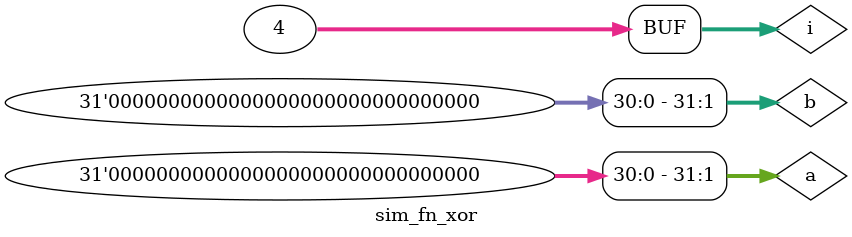
<source format=v>
`include "fn_xor.v"
module sim_fn_xor ;
    integer i;

    reg  [31:0] a;
    reg  [31:0] b; // cables o elementos de memoria
    wire [31:0] Y; // cable solo 
    fn_xor dut (
        .Y (Y), // .puerto (cable)
        .a (a),
        .b (b)
    );

    initial begin
        $dumpfile("fn_xor.vcd");
        $dumpvars(0);
        for (i=0;i<4;i = i + 1) begin
            a = {$random}; // $random genera un integer aleatorio {} es una concatenacion, su resultado es sin signo
            b = {$random};
            #10; // espera 10 unidades de tiempo
        end
    end
endmodule

</source>
